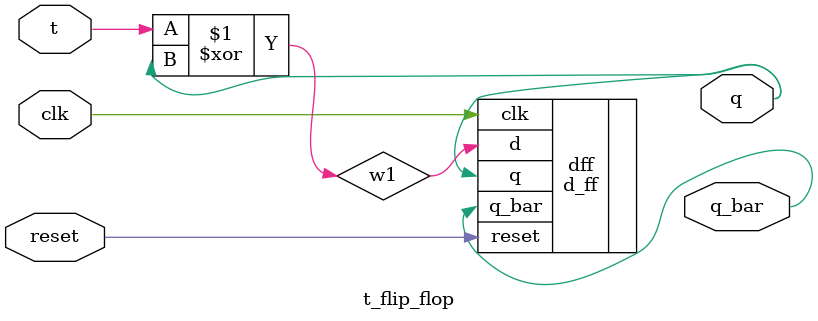
<source format=v>
module t_flip_flop(
    input t,         // T input (Toggle control)
    input clk,       // Clock signal (positive edge triggered)
    input reset,     // Asynchronous reset (active high)
    output q,        // Output Q
    output q_bar     // Complement of Q
);

    wire w1;  // Intermediate wire to hold toggled input for D flip-flop

    // T Flip-Flop behavior using D Flip-Flop logic:
    // D = T XOR Q => when T=1, Q toggles; when T=0, Q holds
    assign w1 = t ^ q;

    // Instantiate D Flip-Flop module
    d_ff dff (
        .d(w1), 
        .clk(clk), 
        .reset(reset), 
        .q(q), 
        .q_bar(q_bar)
    );

endmodule
</source>
